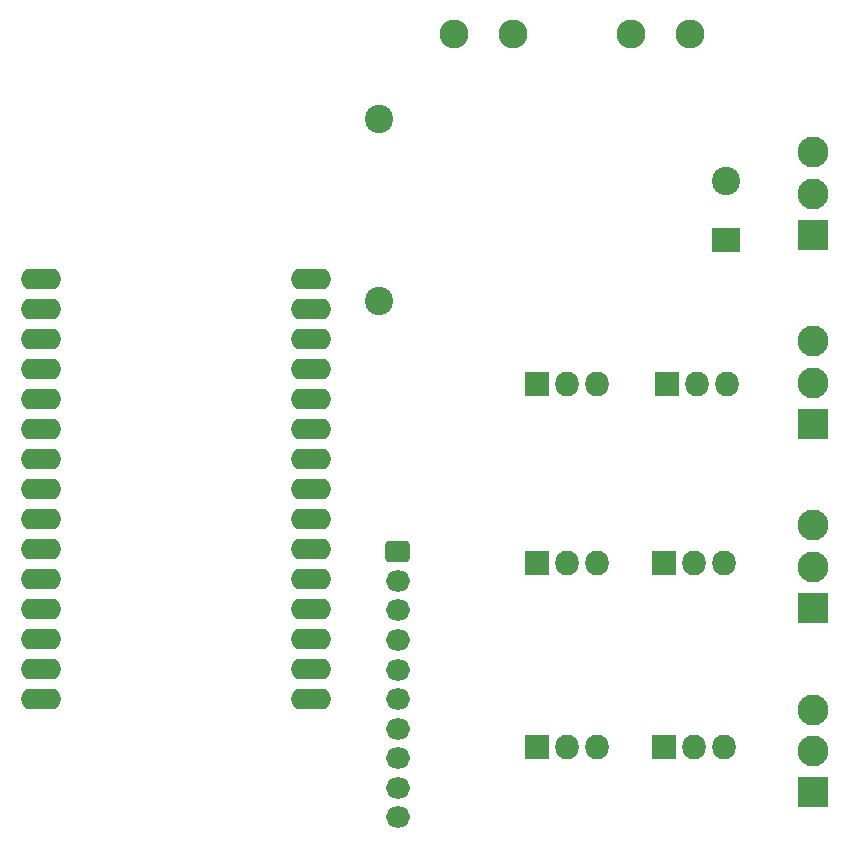
<source format=gbr>
G04 #@! TF.GenerationSoftware,KiCad,Pcbnew,(5.1.6)-1*
G04 #@! TF.CreationDate,2021-03-10T15:07:37+06:00*
G04 #@! TF.ProjectId,nodemcu01,6e6f6465-6d63-4753-9031-2e6b69636164,rev?*
G04 #@! TF.SameCoordinates,Original*
G04 #@! TF.FileFunction,Soldermask,Bot*
G04 #@! TF.FilePolarity,Negative*
%FSLAX46Y46*%
G04 Gerber Fmt 4.6, Leading zero omitted, Abs format (unit mm)*
G04 Created by KiCad (PCBNEW (5.1.6)-1) date 2021-03-10 15:07:37*
%MOMM*%
%LPD*%
G01*
G04 APERTURE LIST*
%ADD10O,2.050000X1.800000*%
%ADD11C,2.450000*%
%ADD12C,2.400000*%
%ADD13R,2.400000X2.100000*%
%ADD14O,2.005000X2.100000*%
%ADD15R,2.005000X2.100000*%
%ADD16C,2.616200*%
%ADD17R,2.616200X2.616200*%
%ADD18O,3.452800X1.776400*%
G04 APERTURE END LIST*
D10*
G04 #@! TO.C,J5*
X139800000Y-145500000D03*
X139800000Y-143000000D03*
X139800000Y-140500000D03*
X139800000Y-138000000D03*
X139800000Y-135500000D03*
X139800000Y-133000000D03*
X139800000Y-130500000D03*
X139800000Y-128000000D03*
X139800000Y-125500000D03*
G36*
G01*
X139039706Y-122100000D02*
X140560294Y-122100000D01*
G75*
G02*
X140825000Y-122364706I0J-264706D01*
G01*
X140825000Y-123635294D01*
G75*
G02*
X140560294Y-123900000I-264706J0D01*
G01*
X139039706Y-123900000D01*
G75*
G02*
X138775000Y-123635294I0J264706D01*
G01*
X138775000Y-122364706D01*
G75*
G02*
X139039706Y-122100000I264706J0D01*
G01*
G37*
G04 #@! TD*
D11*
G04 #@! TO.C,F1*
X164600000Y-79200000D03*
X159600000Y-79200000D03*
X144600000Y-79200000D03*
X149600000Y-79200000D03*
G04 #@! TD*
D12*
G04 #@! TO.C,PS1*
X138200000Y-86400000D03*
X167600000Y-91600000D03*
D13*
X167600000Y-96600000D03*
D12*
X138200000Y-101800000D03*
G04 #@! TD*
D14*
G04 #@! TO.C,Q6*
X156680000Y-139600000D03*
X154140000Y-139600000D03*
D15*
X151600000Y-139600000D03*
G04 #@! TD*
D14*
G04 #@! TO.C,Q5*
X167480000Y-139600000D03*
X164940000Y-139600000D03*
D15*
X162400000Y-139600000D03*
G04 #@! TD*
D16*
G04 #@! TO.C,J4*
X175000000Y-136402300D03*
X175000000Y-139902420D03*
D17*
X175000000Y-143400000D03*
G04 #@! TD*
D14*
G04 #@! TO.C,Q4*
X156680000Y-124000000D03*
X154140000Y-124000000D03*
D15*
X151600000Y-124000000D03*
G04 #@! TD*
D14*
G04 #@! TO.C,Q3*
X167480000Y-124000000D03*
X164940000Y-124000000D03*
D15*
X162400000Y-124000000D03*
G04 #@! TD*
D16*
G04 #@! TO.C,J3*
X175000000Y-120802300D03*
X175000000Y-124302420D03*
D17*
X175000000Y-127800000D03*
G04 #@! TD*
D16*
G04 #@! TO.C,J2*
X175000000Y-89202300D03*
X175000000Y-92702420D03*
D17*
X175000000Y-96200000D03*
G04 #@! TD*
D14*
G04 #@! TO.C,Q2*
X156680000Y-108800000D03*
X154140000Y-108800000D03*
D15*
X151600000Y-108800000D03*
G04 #@! TD*
D14*
G04 #@! TO.C,Q1*
X167680000Y-108800000D03*
X165140000Y-108800000D03*
D15*
X162600000Y-108800000D03*
G04 #@! TD*
D16*
G04 #@! TO.C,J1*
X175000000Y-105202300D03*
X175000000Y-108702420D03*
D17*
X175000000Y-112200000D03*
G04 #@! TD*
D18*
G04 #@! TO.C,M1*
X132440000Y-99970000D03*
X132440000Y-102510000D03*
X132440000Y-105050000D03*
X132440000Y-107590000D03*
X132440000Y-110130000D03*
X132440000Y-112670000D03*
X132440000Y-115210000D03*
X132440000Y-117750000D03*
X132440000Y-120290000D03*
X132440000Y-122830000D03*
X132440000Y-125370000D03*
X132440000Y-127910000D03*
X132440000Y-130450000D03*
X132440000Y-132990000D03*
X132440000Y-135530000D03*
X109580000Y-135530000D03*
X109580000Y-132990000D03*
X109580000Y-130450000D03*
X109580000Y-127910000D03*
X109580000Y-125370000D03*
X109580000Y-122830000D03*
X109580000Y-120290000D03*
X109580000Y-117750000D03*
X109580000Y-115210000D03*
X109580000Y-112670000D03*
X109580000Y-110130000D03*
X109580000Y-107590000D03*
X109580000Y-105050000D03*
X109580000Y-102510000D03*
X109580000Y-99970000D03*
G04 #@! TD*
M02*

</source>
